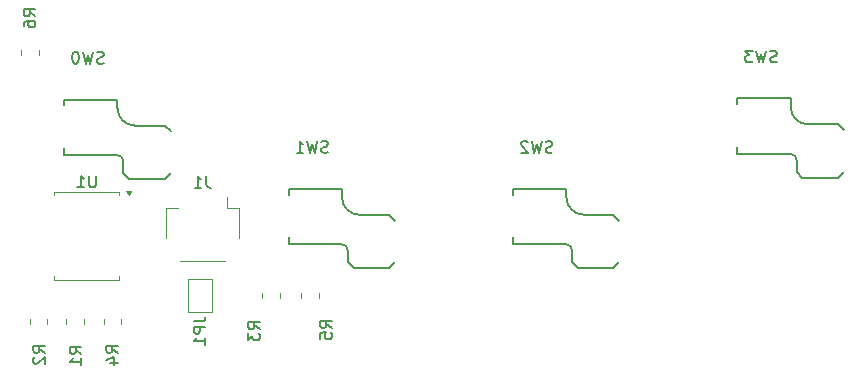
<source format=gbr>
%TF.GenerationSoftware,KiCad,Pcbnew,9.0.0*%
%TF.CreationDate,2025-05-10T10:01:21-07:00*%
%TF.ProjectId,c7k-left-hand,63376b2d-6c65-4667-942d-68616e642e6b,rev?*%
%TF.SameCoordinates,Original*%
%TF.FileFunction,Legend,Bot*%
%TF.FilePolarity,Positive*%
%FSLAX46Y46*%
G04 Gerber Fmt 4.6, Leading zero omitted, Abs format (unit mm)*
G04 Created by KiCad (PCBNEW 9.0.0) date 2025-05-10 10:01:21*
%MOMM*%
%LPD*%
G01*
G04 APERTURE LIST*
%ADD10C,0.150000*%
%ADD11C,0.120000*%
G04 APERTURE END LIST*
D10*
X175333332Y-76407200D02*
X175190475Y-76454819D01*
X175190475Y-76454819D02*
X174952380Y-76454819D01*
X174952380Y-76454819D02*
X174857142Y-76407200D01*
X174857142Y-76407200D02*
X174809523Y-76359580D01*
X174809523Y-76359580D02*
X174761904Y-76264342D01*
X174761904Y-76264342D02*
X174761904Y-76169104D01*
X174761904Y-76169104D02*
X174809523Y-76073866D01*
X174809523Y-76073866D02*
X174857142Y-76026247D01*
X174857142Y-76026247D02*
X174952380Y-75978628D01*
X174952380Y-75978628D02*
X175142856Y-75931009D01*
X175142856Y-75931009D02*
X175238094Y-75883390D01*
X175238094Y-75883390D02*
X175285713Y-75835771D01*
X175285713Y-75835771D02*
X175333332Y-75740533D01*
X175333332Y-75740533D02*
X175333332Y-75645295D01*
X175333332Y-75645295D02*
X175285713Y-75550057D01*
X175285713Y-75550057D02*
X175238094Y-75502438D01*
X175238094Y-75502438D02*
X175142856Y-75454819D01*
X175142856Y-75454819D02*
X174904761Y-75454819D01*
X174904761Y-75454819D02*
X174761904Y-75502438D01*
X174428570Y-75454819D02*
X174190475Y-76454819D01*
X174190475Y-76454819D02*
X173999999Y-75740533D01*
X173999999Y-75740533D02*
X173809523Y-76454819D01*
X173809523Y-76454819D02*
X173571428Y-75454819D01*
X172999999Y-75454819D02*
X172904761Y-75454819D01*
X172904761Y-75454819D02*
X172809523Y-75502438D01*
X172809523Y-75502438D02*
X172761904Y-75550057D01*
X172761904Y-75550057D02*
X172714285Y-75645295D01*
X172714285Y-75645295D02*
X172666666Y-75835771D01*
X172666666Y-75835771D02*
X172666666Y-76073866D01*
X172666666Y-76073866D02*
X172714285Y-76264342D01*
X172714285Y-76264342D02*
X172761904Y-76359580D01*
X172761904Y-76359580D02*
X172809523Y-76407200D01*
X172809523Y-76407200D02*
X172904761Y-76454819D01*
X172904761Y-76454819D02*
X172999999Y-76454819D01*
X172999999Y-76454819D02*
X173095237Y-76407200D01*
X173095237Y-76407200D02*
X173142856Y-76359580D01*
X173142856Y-76359580D02*
X173190475Y-76264342D01*
X173190475Y-76264342D02*
X173238094Y-76073866D01*
X173238094Y-76073866D02*
X173238094Y-75835771D01*
X173238094Y-75835771D02*
X173190475Y-75645295D01*
X173190475Y-75645295D02*
X173142856Y-75550057D01*
X173142856Y-75550057D02*
X173095237Y-75502438D01*
X173095237Y-75502438D02*
X172999999Y-75454819D01*
X213333332Y-83957200D02*
X213190475Y-84004819D01*
X213190475Y-84004819D02*
X212952380Y-84004819D01*
X212952380Y-84004819D02*
X212857142Y-83957200D01*
X212857142Y-83957200D02*
X212809523Y-83909580D01*
X212809523Y-83909580D02*
X212761904Y-83814342D01*
X212761904Y-83814342D02*
X212761904Y-83719104D01*
X212761904Y-83719104D02*
X212809523Y-83623866D01*
X212809523Y-83623866D02*
X212857142Y-83576247D01*
X212857142Y-83576247D02*
X212952380Y-83528628D01*
X212952380Y-83528628D02*
X213142856Y-83481009D01*
X213142856Y-83481009D02*
X213238094Y-83433390D01*
X213238094Y-83433390D02*
X213285713Y-83385771D01*
X213285713Y-83385771D02*
X213333332Y-83290533D01*
X213333332Y-83290533D02*
X213333332Y-83195295D01*
X213333332Y-83195295D02*
X213285713Y-83100057D01*
X213285713Y-83100057D02*
X213238094Y-83052438D01*
X213238094Y-83052438D02*
X213142856Y-83004819D01*
X213142856Y-83004819D02*
X212904761Y-83004819D01*
X212904761Y-83004819D02*
X212761904Y-83052438D01*
X212428570Y-83004819D02*
X212190475Y-84004819D01*
X212190475Y-84004819D02*
X211999999Y-83290533D01*
X211999999Y-83290533D02*
X211809523Y-84004819D01*
X211809523Y-84004819D02*
X211571428Y-83004819D01*
X211238094Y-83100057D02*
X211190475Y-83052438D01*
X211190475Y-83052438D02*
X211095237Y-83004819D01*
X211095237Y-83004819D02*
X210857142Y-83004819D01*
X210857142Y-83004819D02*
X210761904Y-83052438D01*
X210761904Y-83052438D02*
X210714285Y-83100057D01*
X210714285Y-83100057D02*
X210666666Y-83195295D01*
X210666666Y-83195295D02*
X210666666Y-83290533D01*
X210666666Y-83290533D02*
X210714285Y-83433390D01*
X210714285Y-83433390D02*
X211285713Y-84004819D01*
X211285713Y-84004819D02*
X210666666Y-84004819D01*
X232333332Y-76307200D02*
X232190475Y-76354819D01*
X232190475Y-76354819D02*
X231952380Y-76354819D01*
X231952380Y-76354819D02*
X231857142Y-76307200D01*
X231857142Y-76307200D02*
X231809523Y-76259580D01*
X231809523Y-76259580D02*
X231761904Y-76164342D01*
X231761904Y-76164342D02*
X231761904Y-76069104D01*
X231761904Y-76069104D02*
X231809523Y-75973866D01*
X231809523Y-75973866D02*
X231857142Y-75926247D01*
X231857142Y-75926247D02*
X231952380Y-75878628D01*
X231952380Y-75878628D02*
X232142856Y-75831009D01*
X232142856Y-75831009D02*
X232238094Y-75783390D01*
X232238094Y-75783390D02*
X232285713Y-75735771D01*
X232285713Y-75735771D02*
X232333332Y-75640533D01*
X232333332Y-75640533D02*
X232333332Y-75545295D01*
X232333332Y-75545295D02*
X232285713Y-75450057D01*
X232285713Y-75450057D02*
X232238094Y-75402438D01*
X232238094Y-75402438D02*
X232142856Y-75354819D01*
X232142856Y-75354819D02*
X231904761Y-75354819D01*
X231904761Y-75354819D02*
X231761904Y-75402438D01*
X231428570Y-75354819D02*
X231190475Y-76354819D01*
X231190475Y-76354819D02*
X230999999Y-75640533D01*
X230999999Y-75640533D02*
X230809523Y-76354819D01*
X230809523Y-76354819D02*
X230571428Y-75354819D01*
X230285713Y-75354819D02*
X229666666Y-75354819D01*
X229666666Y-75354819D02*
X229999999Y-75735771D01*
X229999999Y-75735771D02*
X229857142Y-75735771D01*
X229857142Y-75735771D02*
X229761904Y-75783390D01*
X229761904Y-75783390D02*
X229714285Y-75831009D01*
X229714285Y-75831009D02*
X229666666Y-75926247D01*
X229666666Y-75926247D02*
X229666666Y-76164342D01*
X229666666Y-76164342D02*
X229714285Y-76259580D01*
X229714285Y-76259580D02*
X229761904Y-76307200D01*
X229761904Y-76307200D02*
X229857142Y-76354819D01*
X229857142Y-76354819D02*
X230142856Y-76354819D01*
X230142856Y-76354819D02*
X230238094Y-76307200D01*
X230238094Y-76307200D02*
X230285713Y-76259580D01*
X194333332Y-83957200D02*
X194190475Y-84004819D01*
X194190475Y-84004819D02*
X193952380Y-84004819D01*
X193952380Y-84004819D02*
X193857142Y-83957200D01*
X193857142Y-83957200D02*
X193809523Y-83909580D01*
X193809523Y-83909580D02*
X193761904Y-83814342D01*
X193761904Y-83814342D02*
X193761904Y-83719104D01*
X193761904Y-83719104D02*
X193809523Y-83623866D01*
X193809523Y-83623866D02*
X193857142Y-83576247D01*
X193857142Y-83576247D02*
X193952380Y-83528628D01*
X193952380Y-83528628D02*
X194142856Y-83481009D01*
X194142856Y-83481009D02*
X194238094Y-83433390D01*
X194238094Y-83433390D02*
X194285713Y-83385771D01*
X194285713Y-83385771D02*
X194333332Y-83290533D01*
X194333332Y-83290533D02*
X194333332Y-83195295D01*
X194333332Y-83195295D02*
X194285713Y-83100057D01*
X194285713Y-83100057D02*
X194238094Y-83052438D01*
X194238094Y-83052438D02*
X194142856Y-83004819D01*
X194142856Y-83004819D02*
X193904761Y-83004819D01*
X193904761Y-83004819D02*
X193761904Y-83052438D01*
X193428570Y-83004819D02*
X193190475Y-84004819D01*
X193190475Y-84004819D02*
X192999999Y-83290533D01*
X192999999Y-83290533D02*
X192809523Y-84004819D01*
X192809523Y-84004819D02*
X192571428Y-83004819D01*
X191666666Y-84004819D02*
X192238094Y-84004819D01*
X191952380Y-84004819D02*
X191952380Y-83004819D01*
X191952380Y-83004819D02*
X192047618Y-83147676D01*
X192047618Y-83147676D02*
X192142856Y-83242914D01*
X192142856Y-83242914D02*
X192238094Y-83290533D01*
X182954819Y-98266666D02*
X183669104Y-98266666D01*
X183669104Y-98266666D02*
X183811961Y-98219047D01*
X183811961Y-98219047D02*
X183907200Y-98123809D01*
X183907200Y-98123809D02*
X183954819Y-97980952D01*
X183954819Y-97980952D02*
X183954819Y-97885714D01*
X183954819Y-98742857D02*
X182954819Y-98742857D01*
X182954819Y-98742857D02*
X182954819Y-99123809D01*
X182954819Y-99123809D02*
X183002438Y-99219047D01*
X183002438Y-99219047D02*
X183050057Y-99266666D01*
X183050057Y-99266666D02*
X183145295Y-99314285D01*
X183145295Y-99314285D02*
X183288152Y-99314285D01*
X183288152Y-99314285D02*
X183383390Y-99266666D01*
X183383390Y-99266666D02*
X183431009Y-99219047D01*
X183431009Y-99219047D02*
X183478628Y-99123809D01*
X183478628Y-99123809D02*
X183478628Y-98742857D01*
X183954819Y-100266666D02*
X183954819Y-99695238D01*
X183954819Y-99980952D02*
X182954819Y-99980952D01*
X182954819Y-99980952D02*
X183097676Y-99885714D01*
X183097676Y-99885714D02*
X183192914Y-99790476D01*
X183192914Y-99790476D02*
X183240533Y-99695238D01*
X173454819Y-101033333D02*
X172978628Y-100700000D01*
X173454819Y-100461905D02*
X172454819Y-100461905D01*
X172454819Y-100461905D02*
X172454819Y-100842857D01*
X172454819Y-100842857D02*
X172502438Y-100938095D01*
X172502438Y-100938095D02*
X172550057Y-100985714D01*
X172550057Y-100985714D02*
X172645295Y-101033333D01*
X172645295Y-101033333D02*
X172788152Y-101033333D01*
X172788152Y-101033333D02*
X172883390Y-100985714D01*
X172883390Y-100985714D02*
X172931009Y-100938095D01*
X172931009Y-100938095D02*
X172978628Y-100842857D01*
X172978628Y-100842857D02*
X172978628Y-100461905D01*
X173454819Y-101985714D02*
X173454819Y-101414286D01*
X173454819Y-101700000D02*
X172454819Y-101700000D01*
X172454819Y-101700000D02*
X172597676Y-101604762D01*
X172597676Y-101604762D02*
X172692914Y-101509524D01*
X172692914Y-101509524D02*
X172740533Y-101414286D01*
X174661904Y-85929819D02*
X174661904Y-86739342D01*
X174661904Y-86739342D02*
X174614285Y-86834580D01*
X174614285Y-86834580D02*
X174566666Y-86882200D01*
X174566666Y-86882200D02*
X174471428Y-86929819D01*
X174471428Y-86929819D02*
X174280952Y-86929819D01*
X174280952Y-86929819D02*
X174185714Y-86882200D01*
X174185714Y-86882200D02*
X174138095Y-86834580D01*
X174138095Y-86834580D02*
X174090476Y-86739342D01*
X174090476Y-86739342D02*
X174090476Y-85929819D01*
X173090476Y-86929819D02*
X173661904Y-86929819D01*
X173376190Y-86929819D02*
X173376190Y-85929819D01*
X173376190Y-85929819D02*
X173471428Y-86072676D01*
X173471428Y-86072676D02*
X173566666Y-86167914D01*
X173566666Y-86167914D02*
X173661904Y-86215533D01*
X188554819Y-98933333D02*
X188078628Y-98600000D01*
X188554819Y-98361905D02*
X187554819Y-98361905D01*
X187554819Y-98361905D02*
X187554819Y-98742857D01*
X187554819Y-98742857D02*
X187602438Y-98838095D01*
X187602438Y-98838095D02*
X187650057Y-98885714D01*
X187650057Y-98885714D02*
X187745295Y-98933333D01*
X187745295Y-98933333D02*
X187888152Y-98933333D01*
X187888152Y-98933333D02*
X187983390Y-98885714D01*
X187983390Y-98885714D02*
X188031009Y-98838095D01*
X188031009Y-98838095D02*
X188078628Y-98742857D01*
X188078628Y-98742857D02*
X188078628Y-98361905D01*
X187554819Y-99266667D02*
X187554819Y-99885714D01*
X187554819Y-99885714D02*
X187935771Y-99552381D01*
X187935771Y-99552381D02*
X187935771Y-99695238D01*
X187935771Y-99695238D02*
X187983390Y-99790476D01*
X187983390Y-99790476D02*
X188031009Y-99838095D01*
X188031009Y-99838095D02*
X188126247Y-99885714D01*
X188126247Y-99885714D02*
X188364342Y-99885714D01*
X188364342Y-99885714D02*
X188459580Y-99838095D01*
X188459580Y-99838095D02*
X188507200Y-99790476D01*
X188507200Y-99790476D02*
X188554819Y-99695238D01*
X188554819Y-99695238D02*
X188554819Y-99409524D01*
X188554819Y-99409524D02*
X188507200Y-99314286D01*
X188507200Y-99314286D02*
X188459580Y-99266667D01*
X176554819Y-100933333D02*
X176078628Y-100600000D01*
X176554819Y-100361905D02*
X175554819Y-100361905D01*
X175554819Y-100361905D02*
X175554819Y-100742857D01*
X175554819Y-100742857D02*
X175602438Y-100838095D01*
X175602438Y-100838095D02*
X175650057Y-100885714D01*
X175650057Y-100885714D02*
X175745295Y-100933333D01*
X175745295Y-100933333D02*
X175888152Y-100933333D01*
X175888152Y-100933333D02*
X175983390Y-100885714D01*
X175983390Y-100885714D02*
X176031009Y-100838095D01*
X176031009Y-100838095D02*
X176078628Y-100742857D01*
X176078628Y-100742857D02*
X176078628Y-100361905D01*
X175888152Y-101790476D02*
X176554819Y-101790476D01*
X175507200Y-101552381D02*
X176221485Y-101314286D01*
X176221485Y-101314286D02*
X176221485Y-101933333D01*
X169554819Y-72433333D02*
X169078628Y-72100000D01*
X169554819Y-71861905D02*
X168554819Y-71861905D01*
X168554819Y-71861905D02*
X168554819Y-72242857D01*
X168554819Y-72242857D02*
X168602438Y-72338095D01*
X168602438Y-72338095D02*
X168650057Y-72385714D01*
X168650057Y-72385714D02*
X168745295Y-72433333D01*
X168745295Y-72433333D02*
X168888152Y-72433333D01*
X168888152Y-72433333D02*
X168983390Y-72385714D01*
X168983390Y-72385714D02*
X169031009Y-72338095D01*
X169031009Y-72338095D02*
X169078628Y-72242857D01*
X169078628Y-72242857D02*
X169078628Y-71861905D01*
X168554819Y-73290476D02*
X168554819Y-73100000D01*
X168554819Y-73100000D02*
X168602438Y-73004762D01*
X168602438Y-73004762D02*
X168650057Y-72957143D01*
X168650057Y-72957143D02*
X168792914Y-72861905D01*
X168792914Y-72861905D02*
X168983390Y-72814286D01*
X168983390Y-72814286D02*
X169364342Y-72814286D01*
X169364342Y-72814286D02*
X169459580Y-72861905D01*
X169459580Y-72861905D02*
X169507200Y-72909524D01*
X169507200Y-72909524D02*
X169554819Y-73004762D01*
X169554819Y-73004762D02*
X169554819Y-73195238D01*
X169554819Y-73195238D02*
X169507200Y-73290476D01*
X169507200Y-73290476D02*
X169459580Y-73338095D01*
X169459580Y-73338095D02*
X169364342Y-73385714D01*
X169364342Y-73385714D02*
X169126247Y-73385714D01*
X169126247Y-73385714D02*
X169031009Y-73338095D01*
X169031009Y-73338095D02*
X168983390Y-73290476D01*
X168983390Y-73290476D02*
X168935771Y-73195238D01*
X168935771Y-73195238D02*
X168935771Y-73004762D01*
X168935771Y-73004762D02*
X168983390Y-72909524D01*
X168983390Y-72909524D02*
X169031009Y-72861905D01*
X169031009Y-72861905D02*
X169126247Y-72814286D01*
X184033333Y-85974819D02*
X184033333Y-86689104D01*
X184033333Y-86689104D02*
X184080952Y-86831961D01*
X184080952Y-86831961D02*
X184176190Y-86927200D01*
X184176190Y-86927200D02*
X184319047Y-86974819D01*
X184319047Y-86974819D02*
X184414285Y-86974819D01*
X183033333Y-86974819D02*
X183604761Y-86974819D01*
X183319047Y-86974819D02*
X183319047Y-85974819D01*
X183319047Y-85974819D02*
X183414285Y-86117676D01*
X183414285Y-86117676D02*
X183509523Y-86212914D01*
X183509523Y-86212914D02*
X183604761Y-86260533D01*
X194654819Y-98833333D02*
X194178628Y-98500000D01*
X194654819Y-98261905D02*
X193654819Y-98261905D01*
X193654819Y-98261905D02*
X193654819Y-98642857D01*
X193654819Y-98642857D02*
X193702438Y-98738095D01*
X193702438Y-98738095D02*
X193750057Y-98785714D01*
X193750057Y-98785714D02*
X193845295Y-98833333D01*
X193845295Y-98833333D02*
X193988152Y-98833333D01*
X193988152Y-98833333D02*
X194083390Y-98785714D01*
X194083390Y-98785714D02*
X194131009Y-98738095D01*
X194131009Y-98738095D02*
X194178628Y-98642857D01*
X194178628Y-98642857D02*
X194178628Y-98261905D01*
X193654819Y-99738095D02*
X193654819Y-99261905D01*
X193654819Y-99261905D02*
X194131009Y-99214286D01*
X194131009Y-99214286D02*
X194083390Y-99261905D01*
X194083390Y-99261905D02*
X194035771Y-99357143D01*
X194035771Y-99357143D02*
X194035771Y-99595238D01*
X194035771Y-99595238D02*
X194083390Y-99690476D01*
X194083390Y-99690476D02*
X194131009Y-99738095D01*
X194131009Y-99738095D02*
X194226247Y-99785714D01*
X194226247Y-99785714D02*
X194464342Y-99785714D01*
X194464342Y-99785714D02*
X194559580Y-99738095D01*
X194559580Y-99738095D02*
X194607200Y-99690476D01*
X194607200Y-99690476D02*
X194654819Y-99595238D01*
X194654819Y-99595238D02*
X194654819Y-99357143D01*
X194654819Y-99357143D02*
X194607200Y-99261905D01*
X194607200Y-99261905D02*
X194559580Y-99214286D01*
X170354819Y-100933333D02*
X169878628Y-100600000D01*
X170354819Y-100361905D02*
X169354819Y-100361905D01*
X169354819Y-100361905D02*
X169354819Y-100742857D01*
X169354819Y-100742857D02*
X169402438Y-100838095D01*
X169402438Y-100838095D02*
X169450057Y-100885714D01*
X169450057Y-100885714D02*
X169545295Y-100933333D01*
X169545295Y-100933333D02*
X169688152Y-100933333D01*
X169688152Y-100933333D02*
X169783390Y-100885714D01*
X169783390Y-100885714D02*
X169831009Y-100838095D01*
X169831009Y-100838095D02*
X169878628Y-100742857D01*
X169878628Y-100742857D02*
X169878628Y-100361905D01*
X169450057Y-101314286D02*
X169402438Y-101361905D01*
X169402438Y-101361905D02*
X169354819Y-101457143D01*
X169354819Y-101457143D02*
X169354819Y-101695238D01*
X169354819Y-101695238D02*
X169402438Y-101790476D01*
X169402438Y-101790476D02*
X169450057Y-101838095D01*
X169450057Y-101838095D02*
X169545295Y-101885714D01*
X169545295Y-101885714D02*
X169640533Y-101885714D01*
X169640533Y-101885714D02*
X169783390Y-101838095D01*
X169783390Y-101838095D02*
X170354819Y-101266667D01*
X170354819Y-101266667D02*
X170354819Y-101885714D01*
%TO.C,SW0*%
X181000000Y-85700000D02*
X180500000Y-86200000D01*
X181000000Y-82200000D02*
X180500000Y-81700000D01*
X180500000Y-86200000D02*
X177500000Y-86200000D01*
X180500000Y-81700000D02*
X178000000Y-81700000D01*
X177500000Y-86200000D02*
X177000000Y-85700000D01*
X177000000Y-84700000D02*
X177000000Y-85700000D01*
X176500000Y-80200000D02*
X176500000Y-79500000D01*
X176500000Y-79500000D02*
X172000000Y-79500000D01*
X172000000Y-84200000D02*
X176500000Y-84200000D01*
X172000000Y-83600000D02*
X172000000Y-84200000D01*
X172000000Y-79500000D02*
X172000000Y-80000000D01*
X178000000Y-81700000D02*
G75*
G02*
X176500000Y-80200000I1J1500001D01*
G01*
X176500000Y-84200000D02*
G75*
G02*
X177000000Y-84700000I-1J-500001D01*
G01*
%TO.C,SW2*%
X219000000Y-93250000D02*
X218500000Y-93750000D01*
X219000000Y-89750000D02*
X218500000Y-89250000D01*
X218500000Y-93750000D02*
X215500000Y-93750000D01*
X218500000Y-89250000D02*
X216000000Y-89250000D01*
X215500000Y-93750000D02*
X215000000Y-93250000D01*
X215000000Y-92250000D02*
X215000000Y-93250000D01*
X214500000Y-87750000D02*
X214500000Y-87050000D01*
X214500000Y-87050000D02*
X210000000Y-87050000D01*
X210000000Y-91750000D02*
X214500000Y-91750000D01*
X210000000Y-91150000D02*
X210000000Y-91750000D01*
X210000000Y-87050000D02*
X210000000Y-87550000D01*
X216000000Y-89250000D02*
G75*
G02*
X214500000Y-87750000I1J1500001D01*
G01*
X214500000Y-91750000D02*
G75*
G02*
X215000000Y-92250000I-1J-500001D01*
G01*
%TO.C,SW3*%
X238000000Y-85600000D02*
X237500000Y-86100000D01*
X238000000Y-82100000D02*
X237500000Y-81600000D01*
X237500000Y-86100000D02*
X234500000Y-86100000D01*
X237500000Y-81600000D02*
X235000000Y-81600000D01*
X234500000Y-86100000D02*
X234000000Y-85600000D01*
X234000000Y-84600000D02*
X234000000Y-85600000D01*
X233500000Y-80100000D02*
X233500000Y-79400000D01*
X233500000Y-79400000D02*
X229000000Y-79400000D01*
X229000000Y-84100000D02*
X233500000Y-84100000D01*
X229000000Y-83500000D02*
X229000000Y-84100000D01*
X229000000Y-79400000D02*
X229000000Y-79900000D01*
X235000000Y-81600000D02*
G75*
G02*
X233500000Y-80100000I1J1500001D01*
G01*
X233500000Y-84100000D02*
G75*
G02*
X234000000Y-84600000I-1J-500001D01*
G01*
%TO.C,SW1*%
X200000000Y-93250000D02*
X199500000Y-93750000D01*
X200000000Y-89750000D02*
X199500000Y-89250000D01*
X199500000Y-93750000D02*
X196500000Y-93750000D01*
X199500000Y-89250000D02*
X197000000Y-89250000D01*
X196500000Y-93750000D02*
X196000000Y-93250000D01*
X196000000Y-92250000D02*
X196000000Y-93250000D01*
X195500000Y-87750000D02*
X195500000Y-87050000D01*
X195500000Y-87050000D02*
X191000000Y-87050000D01*
X191000000Y-91750000D02*
X195500000Y-91750000D01*
X191000000Y-91150000D02*
X191000000Y-91750000D01*
X191000000Y-87050000D02*
X191000000Y-87550000D01*
X197000000Y-89250000D02*
G75*
G02*
X195500000Y-87750000I1J1500001D01*
G01*
X195500000Y-91750000D02*
G75*
G02*
X196000000Y-92250000I-1J-500001D01*
G01*
D11*
%TO.C,JP1*%
X184500000Y-97500000D02*
X184500000Y-94700000D01*
X184500000Y-94700000D02*
X182500000Y-94700000D01*
X182500000Y-97500000D02*
X184500000Y-97500000D01*
X182500000Y-94700000D02*
X182500000Y-97500000D01*
%TO.C,R1*%
X173635000Y-98527064D02*
X173635000Y-98072936D01*
X172165000Y-98527064D02*
X172165000Y-98072936D01*
%TO.C,U1*%
X176660000Y-94735000D02*
X176660000Y-94460000D01*
X176660000Y-87315000D02*
X176660000Y-87590000D01*
X173900000Y-94735000D02*
X176660000Y-94735000D01*
X173900000Y-94735000D02*
X171140000Y-94735000D01*
X173900000Y-87315000D02*
X176660000Y-87315000D01*
X173900000Y-87315000D02*
X171140000Y-87315000D01*
X171140000Y-94735000D02*
X171140000Y-94460000D01*
X171140000Y-87315000D02*
X171140000Y-87590000D01*
X177450000Y-87590000D02*
X177210000Y-87260000D01*
X177690000Y-87260000D01*
X177450000Y-87590000D01*
G36*
X177450000Y-87590000D02*
G01*
X177210000Y-87260000D01*
X177690000Y-87260000D01*
X177450000Y-87590000D01*
G37*
%TO.C,R3*%
X190235000Y-96327064D02*
X190235000Y-95872936D01*
X188765000Y-96327064D02*
X188765000Y-95872936D01*
%TO.C,R4*%
X176835000Y-98527064D02*
X176835000Y-98072936D01*
X175365000Y-98527064D02*
X175365000Y-98072936D01*
%TO.C,R6*%
X169835000Y-75272936D02*
X169835000Y-75727064D01*
X168365000Y-75272936D02*
X168365000Y-75727064D01*
%TO.C,J1*%
X186810000Y-91215000D02*
X186810000Y-88715000D01*
X186810000Y-88715000D02*
X185760000Y-88715000D01*
X185760000Y-88715000D02*
X185760000Y-87725000D01*
X185640000Y-93185000D02*
X181760000Y-93185000D01*
X180590000Y-91215000D02*
X180590000Y-88715000D01*
X180590000Y-88715000D02*
X181640000Y-88715000D01*
%TO.C,R5*%
X193535000Y-96327064D02*
X193535000Y-95872936D01*
X192065000Y-96327064D02*
X192065000Y-95872936D01*
%TO.C,R2*%
X170535000Y-98527064D02*
X170535000Y-98072936D01*
X169065000Y-98527064D02*
X169065000Y-98072936D01*
%TD*%
M02*

</source>
